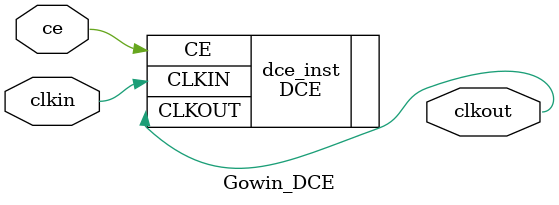
<source format=v>

module Gowin_DCE (clkout, clkin, ce);

output clkout;
input clkin;
input ce;

DCE dce_inst (
    .CLKOUT(clkout),
    .CLKIN(clkin),
    .CE(ce)
);

endmodule //Gowin_DCE

</source>
